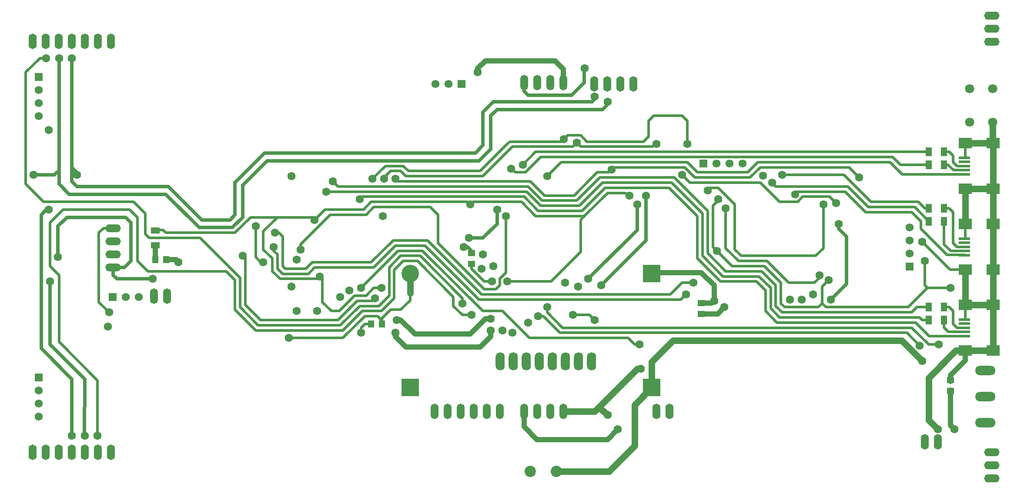
<source format=gtl>
G04 Layer: TopLayer*
G04 EasyEDA v6.5.34, 2023-09-07 22:36:22*
G04 6936e88fb932453b8581c8861ee1522a,0b3e81c085af431c91bff7fd5324728f,10*
G04 Gerber Generator version 0.2*
G04 Scale: 100 percent, Rotated: No, Reflected: No *
G04 Dimensions in millimeters *
G04 leading zeros omitted , absolute positions ,4 integer and 5 decimal *
%FSLAX45Y45*%
%MOMM*%

%AMMACRO1*21,1,$1,$2,0,0,$3*%
%ADD10C,0.5080*%
%ADD11C,0.7000*%
%ADD12C,1.2700*%
%ADD13C,1.0000*%
%ADD14R,1.3005X1.3995*%
%ADD15R,1.3995X1.3005*%
%ADD16MACRO1,1.701X1.2075X-90.0000*%
%ADD17MACRO1,1.701X1.2075X0.0000*%
%ADD18R,1.7010X1.2075*%
%ADD19R,2.2500X0.5000*%
%ADD20R,2.5000X2.0000*%
%ADD21C,2.2000*%
%ADD22R,1.5748X1.5748*%
%ADD23C,1.5748*%
%ADD24O,1.5748X2.999994*%
%ADD25O,3.9999919999999998X1.7999964*%
%ADD26O,1.524X2.999994*%
%ADD27C,1.8000*%
%ADD28O,1.5079980000000002X2.999994*%
%ADD29O,2.999994X1.5079980000000002*%
%ADD30O,1.778X3.556*%
%ADD31C,3.4000*%
%ADD32R,3.4000X3.4000*%
%ADD33O,2.999994X1.5748*%
%ADD34C,1.6000*%
%ADD35C,0.0149*%

%LPD*%
D10*
X10749978Y3674993D02*
G01*
X11074984Y3674993D01*
X11174984Y3574994D01*
D11*
X749881Y6225026D02*
G01*
X749993Y6225138D01*
X749993Y8674983D01*
X750011Y8674983D01*
X10974908Y7824972D02*
G01*
X11124976Y7824985D01*
X11174984Y7874993D01*
X11174984Y7924972D01*
X1000074Y6274810D02*
G01*
X1099896Y6174988D01*
X2875102Y6174988D01*
X3525088Y5525002D01*
X4074998Y5525002D01*
X4175074Y5625078D01*
X4175074Y6249918D01*
X4749876Y6824974D01*
X8849944Y6824974D01*
X9000058Y6975088D01*
X9000058Y7625074D01*
X9199956Y7824972D01*
X10974908Y7824972D01*
X11300028Y4249922D02*
G01*
X12175058Y5124952D01*
X12175058Y5999982D01*
D10*
X18371134Y3264910D02*
G01*
X17685080Y3264910D01*
X17424984Y3525006D01*
X14724964Y3525006D01*
X14499920Y3750050D01*
X14499920Y4150100D01*
X14324914Y4325106D01*
X13624890Y4325106D01*
X13175056Y4774940D01*
X13175056Y5599932D01*
X12624892Y6150096D01*
X11374958Y6150096D01*
X16324910Y6349994D02*
G01*
X16125012Y6549892D01*
X14399844Y6549892D01*
X14199946Y6349994D01*
X13125018Y6349994D01*
X12924866Y6549892D01*
X11549964Y6549892D01*
X11499926Y6499854D01*
X17972862Y5500110D02*
G01*
X17972862Y5052054D01*
X18104942Y4919974D01*
X18371134Y4919974D01*
X18371134Y4840980D02*
G01*
X18035092Y4840980D01*
X17525060Y5349996D01*
X17525060Y5500110D01*
X17350054Y5674100D01*
X16449624Y5674100D01*
X16048812Y6074912D01*
X15074976Y6074912D01*
X15074976Y6024874D01*
X18371134Y4999984D02*
G01*
X18225084Y4999984D01*
X18149900Y5074914D01*
X18149900Y5675116D01*
X18074970Y5750046D01*
X17972862Y5750046D01*
X18371134Y6494774D02*
G01*
X18155234Y6494774D01*
X18050078Y6599930D01*
X17972862Y6599930D01*
X18371134Y6574784D02*
G01*
X18225084Y6574784D01*
X18149900Y6649968D01*
X18149900Y6774936D01*
X18074970Y6849866D01*
X17972862Y6849866D01*
X11849938Y5999982D02*
G01*
X11825046Y5999982D01*
X11775008Y6050020D01*
X11424996Y6050020D01*
X10974908Y5599932D01*
X10024948Y5599932D01*
X9749866Y5875014D01*
X8799906Y5875014D01*
X8749868Y5824976D01*
X10825048Y7024872D02*
G01*
X10749864Y6949942D01*
X9574860Y6949942D01*
X9000058Y6374886D01*
X7499934Y6374886D01*
X7399858Y6474962D01*
X7199960Y6474962D01*
X7074992Y6349994D01*
X7074992Y6325102D01*
X11374958Y6150096D02*
G01*
X11374958Y6150096D01*
X10924870Y5700008D01*
X10074986Y5700008D01*
X9799904Y5975090D01*
X7697721Y5975090D01*
X5450001Y4949997D02*
G01*
X5450001Y5050119D01*
X6024958Y5625076D01*
X6724985Y5625076D01*
X6875089Y5774941D01*
X7247475Y5774941D01*
X7247475Y5774941D02*
G01*
X7974916Y5774941D01*
X8125023Y5625076D01*
X8125023Y5074914D01*
X9024950Y4174987D01*
X9249989Y4174987D01*
X9324987Y4249991D01*
X9324987Y4374989D01*
X9449889Y4499899D01*
X9449889Y4800084D01*
X17677206Y3575044D02*
G01*
X17549952Y3575044D01*
X17499914Y3625082D01*
X14774748Y3625082D01*
X14599996Y3800088D01*
X14599996Y4199884D01*
X14374952Y4424928D01*
X13674928Y4424928D01*
X13274878Y4824978D01*
X13274878Y5649970D01*
X12674930Y6249918D01*
X11324920Y6249918D01*
X10875086Y5800084D01*
X10125024Y5800084D01*
X9850196Y6074912D01*
X5950026Y6074912D01*
X7697721Y5975090D02*
G01*
X6650050Y5975090D01*
X6600012Y5925052D01*
X5724982Y5524977D02*
G01*
X5924908Y5724903D01*
X6674939Y5724903D01*
X6825058Y5875014D01*
X8700081Y5875014D01*
X8749865Y5824976D01*
X11099876Y7050018D02*
G01*
X12125020Y7050018D01*
X12225096Y7150094D01*
X12225096Y7450068D01*
X12324918Y7549890D01*
X12875082Y7549890D01*
X12974904Y7450068D01*
X12974904Y6999980D01*
D11*
X9799904Y8199876D02*
G01*
X9799904Y8024870D01*
X9875088Y7949940D01*
X10724972Y7949940D01*
X10974908Y8199876D01*
X10974908Y8474958D01*
D10*
X2624912Y5322818D02*
G01*
X2776550Y5323326D01*
X2825064Y5275066D01*
X4175074Y5275066D01*
X4474992Y5574987D01*
X4999812Y5575040D01*
X5724982Y5525002D02*
G01*
X5724982Y5575040D01*
X4999812Y5575040D01*
X4724984Y5300212D01*
X4724984Y4949946D01*
X4899990Y4774940D01*
X4899990Y4525004D01*
X5050104Y4374890D01*
X5775020Y4374890D01*
X5825058Y4424928D01*
D12*
X10428960Y624987D02*
G01*
X11450043Y624987D01*
X11950016Y1124960D01*
X11950016Y1927603D01*
X12284024Y2261610D01*
X12074982Y2625084D02*
G01*
X12000052Y2625084D01*
X11175060Y1800092D01*
X10561904Y1800092D01*
X11270518Y1870539D02*
G01*
X11416073Y1724985D01*
X11424970Y1724985D01*
D10*
X17499914Y3074918D02*
G01*
X17249724Y3325108D01*
X10499928Y3325108D01*
X10175062Y3649974D01*
X10074986Y3649974D01*
X6624909Y4199887D02*
G01*
X7349815Y4924803D01*
X7825059Y4924803D01*
X9000058Y3750053D01*
X9374967Y3750053D01*
X9900231Y3225540D01*
X11824431Y3225540D01*
X11949981Y3099988D01*
X12049988Y3099988D01*
X4924882Y4999984D02*
G01*
X4924882Y4925054D01*
X5000066Y4850124D01*
X5000066Y4574788D01*
X5099888Y4474966D01*
X5600014Y4474966D01*
X5724982Y4599934D01*
X6874840Y4599934D01*
X7299782Y5024876D01*
X7875092Y5024876D01*
X8924874Y3975094D01*
X12849936Y3975094D01*
X12950012Y4074916D01*
D11*
X749884Y6225026D02*
G01*
X950036Y6024874D01*
X2825064Y6024874D01*
X3475050Y5374888D01*
X4125036Y5374888D01*
X4324934Y5574786D01*
X4324934Y6199880D01*
X4799914Y6674860D01*
X8924874Y6674860D01*
X9149918Y6899904D01*
X9149918Y7549890D01*
X9274886Y7674858D01*
X11175060Y7674858D01*
X11175060Y7674858D02*
G01*
X11324920Y7674858D01*
X11424996Y7774934D01*
X11424996Y7824972D01*
D10*
X17677079Y6849993D02*
G01*
X17025322Y6849993D01*
X17025193Y6849864D01*
X10024864Y6849864D01*
X9774981Y6599981D01*
X18099862Y4199884D02*
G01*
X17649774Y4200138D01*
X17599990Y4249922D01*
X17599990Y4724902D01*
D11*
X15775000Y3975094D02*
G01*
X16074974Y4275068D01*
X16074974Y5199882D01*
X15924860Y5349996D01*
X15924860Y5450072D01*
D10*
X18383834Y4554976D02*
G01*
X18095036Y4554976D01*
X17549952Y5100060D01*
X5825058Y4424928D02*
G01*
X5875096Y4374890D01*
X5875096Y3925056D01*
X6050102Y3750050D01*
X6199962Y3750050D01*
X6499936Y4050024D01*
X6724980Y4050024D01*
X6875094Y4199884D01*
X7024954Y4199884D01*
X8600008Y3899910D02*
G01*
X8600008Y3999986D01*
X7775016Y4824978D01*
X7399858Y4824978D01*
X7175068Y4599934D01*
X7175068Y4050024D01*
X6974916Y3849872D01*
X6600012Y3849872D01*
X6225108Y3474968D01*
X4624908Y3474968D01*
X4274896Y3824980D01*
X4274896Y4398766D01*
X3498672Y5174990D01*
X2499944Y5174990D01*
X2425014Y5249920D01*
X2425014Y5649970D01*
X2199970Y5875014D01*
X449910Y5875014D01*
X99898Y6225026D01*
X99898Y8400028D01*
X9449892Y5599932D02*
G01*
X9449892Y4800086D01*
X1500002Y2399995D02*
G01*
X1499951Y1324858D01*
D11*
X1000074Y2425440D02*
G01*
X400126Y3024880D01*
X400126Y5625078D01*
X499948Y5724900D01*
X549986Y5724900D01*
X1000074Y6274810D02*
G01*
X1000000Y6274884D01*
X1000000Y8674981D01*
X999997Y8674983D01*
D10*
X8775014Y3675120D02*
G01*
X8600008Y3675120D01*
X8425002Y3849872D01*
X8425002Y4024878D01*
X7724978Y4724902D01*
X7449896Y4724902D01*
X7274890Y4549896D01*
X7274890Y3999986D01*
X7024954Y3750050D01*
X6650050Y3750050D01*
X6274892Y3374892D01*
X4574870Y3374892D01*
X4175074Y3774688D01*
X4175074Y4349998D01*
X4000068Y4525004D01*
X2475052Y4525004D01*
X2274900Y4725156D01*
X2274900Y5575040D01*
X2125040Y5724900D01*
X824814Y5724900D01*
X574878Y5474964D01*
X574878Y4625080D01*
X749884Y4450074D01*
X749884Y3150102D01*
X1499946Y2400040D01*
D11*
X1799920Y4599934D02*
G01*
X2024964Y4599934D01*
X2149932Y4724902D01*
X2149932Y5474964D01*
X2050110Y5575040D01*
X899998Y5575040D01*
X724992Y5400034D01*
X724992Y4800086D01*
X575132Y4325106D02*
G01*
X575132Y3100064D01*
X1250010Y2424932D01*
X1249997Y2424950D02*
G01*
X1245933Y1329194D01*
X1000074Y2424932D02*
G01*
X999997Y2424856D01*
X999997Y1324996D01*
D10*
X99900Y8400026D02*
G01*
X374858Y8674983D01*
X499999Y8674983D01*
X10574985Y7099980D02*
G01*
X10524992Y7049988D01*
X10274980Y7049988D01*
X9524987Y7049988D01*
X9474979Y6999988D01*
X8949977Y6474985D01*
X8474979Y6474985D01*
X7549987Y6474985D01*
X7449987Y6574985D01*
X7224984Y6574985D01*
X7099980Y6574985D01*
X6849986Y6324983D01*
D13*
X8899982Y8400028D02*
G01*
X8899982Y8474958D01*
X9050096Y8625072D01*
X10399852Y8625072D01*
X10561904Y8463020D01*
X10561904Y8199876D01*
X9149918Y3599936D02*
G01*
X9050096Y3599936D01*
X8749868Y3299962D01*
X7674940Y3299962D01*
X7399858Y3575044D01*
X7324928Y3575044D01*
D10*
X5224856Y3225032D02*
G01*
X6274892Y3225032D01*
X6700088Y3649974D01*
X6950024Y3649974D01*
X7030034Y3569964D01*
X7030034Y3499860D01*
D13*
X7300036Y3324854D02*
G01*
X7300036Y3249924D01*
X7499934Y3050026D01*
X8950020Y3050026D01*
X9149918Y3249924D01*
X9149918Y3374892D01*
X11624894Y1450080D02*
G01*
X11424996Y1249928D01*
X10050094Y1249928D01*
X9799904Y1500118D01*
X9799904Y1800092D01*
X18099862Y2385054D02*
G01*
X18099862Y2500116D01*
X18383834Y2783834D01*
X18383834Y2979922D01*
D10*
X18371210Y6734975D02*
G01*
X18383707Y6747471D01*
X18383707Y7019963D01*
X18371134Y3424930D02*
G01*
X18225084Y3424930D01*
X18149900Y3500114D01*
X18149900Y3750050D01*
X18074970Y3824980D01*
X17972862Y3824980D01*
X17677206Y5750046D02*
G01*
X17599990Y5750046D01*
X17475022Y5875014D01*
X16549954Y5875014D01*
X16024936Y6400032D01*
X14825040Y6400032D01*
D11*
X12000052Y5824976D02*
G01*
X12000052Y5324850D01*
X11050092Y4374890D01*
D10*
X9474987Y4324979D02*
G01*
X10325041Y4324979D01*
X10899973Y4899911D01*
X10899973Y5525002D01*
X10974908Y5599930D01*
D11*
X9274886Y5724900D02*
G01*
X9274886Y5450072D01*
X9000058Y5174990D01*
X8724976Y5174990D01*
D10*
X17677206Y3824980D02*
G01*
X17449876Y3824980D01*
X17349800Y3724904D01*
X14825040Y3724904D01*
X14700072Y3849872D01*
X14700072Y4249922D01*
X14424990Y4525004D01*
X13724966Y4525004D01*
X13374954Y4875016D01*
X13374954Y5700008D01*
X12724968Y6349994D01*
X11275136Y6349994D01*
X10825048Y5899906D01*
X10149916Y5899906D01*
X9875088Y6174988D01*
X6175070Y6174988D01*
X6074994Y6275064D01*
D11*
X8624900Y4999984D02*
G01*
X8700084Y4999984D01*
X8775014Y4925054D01*
X8775014Y4880096D01*
X2575001Y4374992D02*
G01*
X1874987Y4374992D01*
X1800001Y4449978D01*
X1800001Y4599985D01*
D13*
X2624988Y5027112D02*
G01*
X2619966Y5022090D01*
X2619966Y4749990D01*
X3075000Y4700010D02*
G01*
X3025013Y4749998D01*
X2830017Y4749998D01*
X13700074Y3824980D02*
G01*
X13570026Y3694932D01*
X13249986Y3694932D01*
X13499975Y3949997D02*
G01*
X13454994Y3905016D01*
X13249986Y3905016D01*
X12284024Y4484110D02*
G01*
X12300026Y4500112D01*
X13249986Y4500112D01*
X13499922Y4249922D01*
X13499922Y3949948D01*
D10*
X18371210Y3584981D02*
G01*
X18383707Y3597478D01*
X18383707Y3869969D01*
D13*
X18174964Y1450007D02*
G01*
X18099963Y1525008D01*
X18099963Y2215001D01*
D10*
X7030034Y3499860D02*
G01*
X7030034Y3605016D01*
X7199960Y3774942D01*
X7401128Y3774942D01*
X7584008Y3957568D01*
X7585024Y4101840D01*
D12*
X7585024Y4484110D02*
G01*
X7585024Y4101840D01*
D10*
X6899986Y3999986D02*
G01*
X6849440Y3949948D01*
X6549974Y3949948D01*
X6175070Y3575044D01*
X4674946Y3575044D01*
X4374972Y3875018D01*
X4374972Y4774940D01*
X4324934Y4824978D01*
X6624980Y3324981D02*
G01*
X6624980Y3424339D01*
X6700502Y3499860D01*
X6819976Y3499987D01*
X15599994Y3899910D02*
G01*
X15524810Y3824980D01*
X14875078Y3824980D01*
X14799894Y3899910D01*
X14799894Y4300214D01*
X14475028Y4625080D01*
X13849934Y4625080D01*
X13549960Y4925054D01*
X18371134Y3344920D02*
G01*
X18054904Y3344920D01*
X17972862Y3427216D01*
X17972862Y3575044D01*
X17874970Y3099988D02*
G01*
X17674970Y3099988D01*
X17348756Y3426203D01*
X10548762Y3426203D01*
X10249989Y3724976D01*
X10249989Y3824980D01*
D12*
X18374961Y3874993D02*
G01*
X18919791Y3874993D01*
D10*
X18371210Y6414993D02*
G01*
X17159833Y6414993D01*
X16924858Y6649968D01*
X14349945Y6649968D01*
X14150055Y6450068D01*
X13174797Y6450068D01*
X12974909Y6649968D01*
X10525074Y6649968D01*
X10249989Y6374884D01*
X17649774Y4200138D02*
G01*
X17274870Y3824980D01*
X15674924Y3824980D01*
X15599994Y3899910D01*
X15599994Y4225030D01*
X15724962Y4349998D01*
X13724966Y5749996D02*
G01*
X13724966Y4974996D01*
X13974973Y4724989D01*
X14524979Y4724989D01*
X14950008Y4299960D01*
X15449885Y4299960D01*
X15549958Y4400034D01*
X15549958Y4450072D01*
X9174993Y4324982D02*
G01*
X9024985Y4324982D01*
X8774988Y4574979D01*
X8774988Y4669962D01*
X11499926Y6500108D02*
G01*
X11449888Y6450070D01*
X11225098Y6450070D01*
X11099876Y6325102D01*
X18371210Y5159979D02*
G01*
X18383707Y5172476D01*
X18383707Y5444967D01*
D12*
X18928664Y7019886D02*
G01*
X18383834Y7019886D01*
X18383707Y6129972D02*
G01*
X18928715Y6129972D01*
X18383831Y5444995D02*
G01*
X18383831Y6129980D01*
X18383707Y6129980D01*
X18928715Y6129980D02*
G01*
X18928715Y5444995D01*
X18928717Y5444995D01*
X18928715Y4554976D02*
G01*
X18928715Y5444992D01*
X18928715Y3869989D02*
G01*
X18928715Y4554976D01*
X18928717Y4554976D01*
X18383707Y4554976D02*
G01*
X18383707Y3869964D01*
X18383707Y3869964D01*
X18383707Y2979978D02*
G01*
X18928715Y2979978D01*
X18928715Y6129972D02*
G01*
X18928715Y7019988D01*
X18928717Y7019993D02*
G01*
X18925006Y7023704D01*
X18925006Y7424872D01*
X18928715Y2979978D02*
G01*
X18928715Y3869994D01*
D10*
X17677208Y5500110D02*
G01*
X17402373Y5774941D01*
X16499916Y5774941D01*
X16099866Y6174991D01*
X14699968Y6174991D01*
X14624964Y6249995D01*
X17677079Y6599981D02*
G01*
X17124964Y6599981D01*
X16974901Y6750044D01*
X10125024Y6750044D01*
X9825050Y6450068D01*
X9624900Y6450068D01*
X9549965Y6525003D01*
X10824974Y7024984D02*
G01*
X10899973Y6949988D01*
X10974981Y6949988D01*
X12299972Y6949988D01*
X12349967Y6999980D01*
X12374981Y6999980D01*
X13549980Y4924976D02*
G01*
X13475035Y4999931D01*
X13475035Y5799924D01*
X13574979Y5899871D01*
X13574979Y5924976D01*
X10574985Y7099980D02*
G01*
X10649988Y7174984D01*
X10899973Y7174984D01*
X11024976Y7049988D01*
X11099972Y7049988D01*
X12874980Y6399982D02*
G01*
X13024975Y6249987D01*
X13349968Y6249987D01*
X13350067Y6249918D02*
G01*
X14400100Y6249918D01*
X14775035Y5874984D01*
X15124968Y5874984D01*
X15225041Y5975057D01*
X15749912Y5975057D01*
X15874974Y5849995D01*
X13374954Y6100058D02*
G01*
X13424992Y6150096D01*
X13574598Y6150096D01*
X13899972Y5824722D01*
X13899972Y4949946D01*
X14024940Y4824978D01*
X15475026Y4824978D01*
X15624886Y4975092D01*
X15624886Y5824976D01*
D11*
X1099896Y6400032D02*
G01*
X1099896Y6446006D01*
X1000074Y6545828D01*
X250012Y6399982D02*
G01*
X662203Y6399982D01*
X749881Y6487660D01*
D10*
X1724990Y3724981D02*
G01*
X1525089Y3924881D01*
X1525089Y5275064D01*
X1611957Y5361937D01*
X1799915Y5361937D01*
X4575124Y5400034D02*
G01*
X4574870Y4800086D01*
X4674946Y4700010D01*
X4724984Y4700010D01*
D12*
X17549952Y2774944D02*
G01*
X17149902Y3174994D01*
X12700076Y3174994D01*
X12284024Y2759196D01*
X12284024Y2261610D01*
X17849926Y1450080D02*
G01*
X17674920Y1625086D01*
X17674920Y2450078D01*
X18205018Y2979922D01*
X18383834Y2979922D01*
D10*
X11099876Y6325102D02*
G01*
X10774761Y5999987D01*
X10199979Y5999987D01*
X9924981Y6274986D01*
X7349985Y6274986D01*
X7299985Y6324986D01*
X4950028Y5275066D02*
G01*
X5024958Y5275066D01*
X5099888Y5200136D01*
X5099888Y4625080D01*
X5149926Y4575042D01*
X5549976Y4575042D01*
X5674944Y4700010D01*
X6825056Y4700010D01*
X7249998Y5124952D01*
X7924876Y5124952D01*
X8975166Y4074916D01*
X12649784Y4074916D01*
X12874828Y4299960D01*
X13099872Y4299960D01*
D14*
G01*
X6819976Y3499987D03*
G01*
X7030034Y3499987D03*
G01*
X2619959Y4749998D03*
G01*
X2830017Y4749998D03*
D15*
G01*
X13249986Y3694958D03*
G01*
X13249986Y3905016D03*
G01*
X18099989Y2195062D03*
G01*
X18099989Y2405120D03*
G01*
X8774988Y4669962D03*
G01*
X8774988Y4880020D03*
D16*
G01*
X17677086Y3574991D03*
G01*
X17972839Y3574991D03*
G01*
X17677086Y3824991D03*
G01*
X17972839Y3824991D03*
G01*
X17677086Y6599984D03*
G01*
X17972839Y6599984D03*
G01*
X17677086Y6849983D03*
G01*
X17972839Y6849983D03*
D17*
G01*
X2624993Y5322864D03*
D18*
G01*
X2624988Y5027112D03*
D16*
G01*
X17677086Y5499989D03*
G01*
X17972839Y5499989D03*
G01*
X17677086Y5749988D03*
G01*
X17972839Y5749988D03*
D19*
G01*
X18371210Y3264987D03*
G01*
X18371210Y3344971D03*
G01*
X18371210Y3424981D03*
G01*
X18371210Y3504991D03*
G01*
X18371210Y3584976D03*
D20*
G01*
X18383707Y2979973D03*
G01*
X18383707Y3869989D03*
G01*
X18928715Y2979973D03*
G01*
X18928715Y3869989D03*
D19*
G01*
X18371210Y4839990D03*
G01*
X18371210Y4919974D03*
G01*
X18371210Y4999984D03*
G01*
X18371210Y5079969D03*
G01*
X18371210Y5159979D03*
D20*
G01*
X18383707Y4554976D03*
G01*
X18383707Y5444967D03*
G01*
X18928715Y4554976D03*
G01*
X18928715Y5444992D03*
D19*
G01*
X18371210Y6414968D03*
G01*
X18371210Y6494978D03*
G01*
X18371210Y6574988D03*
G01*
X18371210Y6654972D03*
G01*
X18371210Y6734982D03*
D20*
G01*
X18383707Y6129980D03*
G01*
X18383707Y7019970D03*
G01*
X18928715Y6129980D03*
G01*
X18928715Y7019970D03*
D21*
G01*
X10428965Y624961D03*
G01*
X9920965Y624961D03*
D22*
G01*
X13293928Y6625076D03*
D23*
G01*
X13547928Y6625076D03*
G01*
X13801928Y6625076D03*
G01*
X14055928Y6625076D03*
D22*
G01*
X17300016Y4618984D03*
D23*
G01*
X17300016Y4872984D03*
G01*
X17300016Y5126984D03*
G01*
X17300016Y5380984D03*
D22*
G01*
X350088Y2455920D03*
D23*
G01*
X350088Y2201920D03*
G01*
X350088Y1947920D03*
G01*
X350088Y1693920D03*
D22*
G01*
X350088Y8306048D03*
D23*
G01*
X350088Y8052048D03*
G01*
X350088Y7798048D03*
G01*
X350088Y7544048D03*
D22*
G01*
X1796110Y4024878D03*
D23*
G01*
X2050110Y4024878D03*
G01*
X2304110Y4024878D03*
D22*
G01*
X8578926Y8174984D03*
D23*
G01*
X8324926Y8174984D03*
G01*
X8070926Y8174984D03*
D24*
G01*
X2598013Y4037680D03*
G01*
X2852013Y4037680D03*
G01*
X17597958Y1200017D03*
G01*
X17851958Y1200017D03*
D25*
G01*
X18774968Y1574998D03*
G01*
X18774968Y2082998D03*
G01*
X18774968Y2590998D03*
D26*
G01*
X9324975Y1799991D03*
G01*
X9070975Y1799991D03*
G01*
X8816975Y1799991D03*
G01*
X8562975Y1799991D03*
G01*
X8308975Y1799991D03*
G01*
X8054975Y1799991D03*
D27*
G01*
X18925006Y8075112D03*
G01*
X18474918Y8075112D03*
G01*
X18925006Y7424872D03*
G01*
X18474918Y7424872D03*
D24*
G01*
X11168989Y8174984D03*
G01*
X11423015Y8174959D03*
G01*
X11677015Y8174959D03*
G01*
X11931015Y8174959D03*
D28*
G01*
X9799954Y1799991D03*
G01*
X10053954Y1799991D03*
G01*
X10307954Y1799991D03*
G01*
X10561954Y1799991D03*
D29*
G01*
X1799996Y5361985D03*
G01*
X1799996Y5107985D03*
G01*
X1799996Y4853985D03*
G01*
X1799996Y4599985D03*
D28*
G01*
X10561980Y8199978D03*
G01*
X10307980Y8199978D03*
G01*
X10053980Y8199978D03*
G01*
X9799980Y8199978D03*
D24*
G01*
X12626975Y1800016D03*
G01*
X12372975Y1799991D03*
D30*
G01*
X10098379Y2766588D03*
G01*
X10352379Y2766588D03*
G01*
X9844379Y2766588D03*
G01*
X9590379Y2766588D03*
G01*
X9336379Y2766588D03*
G01*
X10606379Y2766588D03*
G01*
X10860379Y2766588D03*
G01*
X11114379Y2766588D03*
D31*
G01*
X7585075Y4484085D03*
D32*
G01*
X7585075Y2261585D03*
G01*
X12284075Y2261585D03*
G01*
X12284075Y4484085D03*
D33*
G01*
X18899962Y496006D03*
G01*
X18899962Y750006D03*
G01*
X18899962Y1004006D03*
G01*
X18899962Y8995989D03*
G01*
X18899962Y9249989D03*
G01*
X18899962Y9503989D03*
D24*
G01*
X238074Y999992D03*
G01*
X1762074Y999992D03*
G01*
X492074Y999992D03*
G01*
X746074Y999992D03*
G01*
X1000074Y999992D03*
G01*
X1254074Y999992D03*
G01*
X1508074Y999992D03*
G01*
X1762074Y8999976D03*
G01*
X238074Y8999976D03*
G01*
X1508074Y8999976D03*
G01*
X1254074Y8999976D03*
G01*
X1000074Y8999976D03*
G01*
X746074Y8999976D03*
G01*
X492074Y8999976D03*
D34*
G01*
X14824963Y6399982D03*
G01*
X14624964Y6249995D03*
G01*
X15074976Y6024976D03*
G01*
X15774974Y3974993D03*
G01*
X15924961Y5449996D03*
G01*
X17549977Y5099984D03*
G01*
X17599964Y4724979D03*
G01*
X13699972Y3824980D03*
G01*
X15549981Y4449998D03*
G01*
X15724962Y4349998D03*
G01*
X13724966Y5749996D03*
G01*
X10249992Y6374988D03*
G01*
X9549993Y6524975D03*
G01*
X9774986Y6599981D03*
G01*
X9174988Y4324979D03*
G01*
X6599986Y5924976D03*
G01*
X5950000Y6074989D03*
G01*
X6074994Y6274988D03*
G01*
X3075000Y4699985D03*
G01*
X5824981Y4424979D03*
G01*
X5724982Y5524977D03*
G01*
X8749995Y5824976D03*
G01*
X9474987Y4324979D03*
G01*
X11849988Y5999982D03*
G01*
X13549985Y4924978D03*
G01*
X13574979Y5924976D03*
G01*
X7024979Y4199986D03*
G01*
X16324910Y6349994D03*
G01*
X4924983Y4999984D03*
G01*
X12949986Y4074993D03*
G01*
X4950002Y5274990D03*
G01*
X13099973Y4299986D03*
G01*
X17849977Y1450004D03*
G01*
X17549977Y2774995D03*
G01*
X13499972Y3949999D03*
G01*
X11499977Y6499981D03*
G01*
X12174981Y5999982D03*
G01*
X11299977Y4249999D03*
G01*
X11999976Y5824976D03*
G01*
X11049990Y4374992D03*
G01*
X10974984Y8474984D03*
G01*
X8899982Y8399978D03*
G01*
X9274987Y5724977D03*
G01*
X8724976Y5174990D03*
G01*
X7299985Y6324975D03*
G01*
X11624970Y1450004D03*
G01*
X18099963Y4199986D03*
G01*
X17499965Y3074995D03*
G01*
X10074986Y3650000D03*
G01*
X17874970Y3099988D03*
G01*
X10249992Y3824980D03*
G01*
X12049988Y3099988D03*
G01*
X6624980Y4199986D03*
G01*
X6624980Y3324981D03*
G01*
X10824972Y7024974D03*
G01*
X7074992Y6324975D03*
G01*
X12374981Y6999980D03*
G01*
X12874980Y6399982D03*
G01*
X15874974Y5849995D03*
G01*
X10574985Y7099980D03*
G01*
X6849999Y6324975D03*
G01*
X12974980Y6999980D03*
G01*
X13374979Y6099982D03*
G01*
X15624962Y5824976D03*
G01*
X8624976Y4999984D03*
G01*
X9449993Y5599983D03*
G01*
X5450001Y4949997D03*
G01*
X5224983Y3224982D03*
G01*
X2575001Y4374992D03*
G01*
X724992Y4799985D03*
G01*
X8774988Y3674993D03*
G01*
X8599982Y3899987D03*
G01*
X11424970Y7824972D03*
G01*
X11174984Y7924972D03*
G01*
X550011Y5724977D03*
G01*
X1099997Y6399982D03*
G01*
X575005Y4324979D03*
G01*
X250012Y6399982D03*
G01*
X4574997Y5399984D03*
G01*
X4724984Y4699985D03*
G01*
X7299985Y3324981D03*
G01*
X9149994Y3374994D03*
G01*
X5374995Y3750000D03*
G01*
X9149994Y3599987D03*
G01*
X7324979Y3574994D03*
G01*
X6899986Y3999986D03*
G01*
X4324984Y4824978D03*
G01*
X1724990Y3724981D03*
G01*
X9199981Y4624979D03*
G01*
X8974988Y4574992D03*
G01*
X8999981Y4849997D03*
G01*
X10599978Y4299986D03*
G01*
X10849990Y4224980D03*
G01*
X9374987Y3374994D03*
G01*
X9574987Y3324981D03*
G01*
X9874986Y3524981D03*
G01*
X14974976Y3974993D03*
G01*
X15424962Y4074993D03*
G01*
X15199969Y3974993D03*
G01*
X5374995Y4749998D03*
G01*
X5774994Y3750000D03*
G01*
X6224981Y4024980D03*
G01*
X6399987Y4149999D03*
G01*
X5274894Y6374886D03*
G01*
X7049998Y5599983D03*
G01*
X1699996Y3450000D03*
G01*
X550011Y7274986D03*
G01*
X14449882Y6385605D03*
G01*
X5274995Y4224980D03*
G01*
X18174970Y1450004D03*
G01*
X750011Y8674983D03*
G01*
X999997Y8674983D03*
G01*
X499999Y8674983D03*
G01*
X999997Y1324985D03*
G01*
X1250010Y1324985D03*
G01*
X1499997Y1324985D03*
G01*
X12074982Y2624983D03*
G01*
X11424970Y1724985D03*
G01*
X10749978Y3674991D03*
G01*
X11174978Y3574991D03*
M02*

</source>
